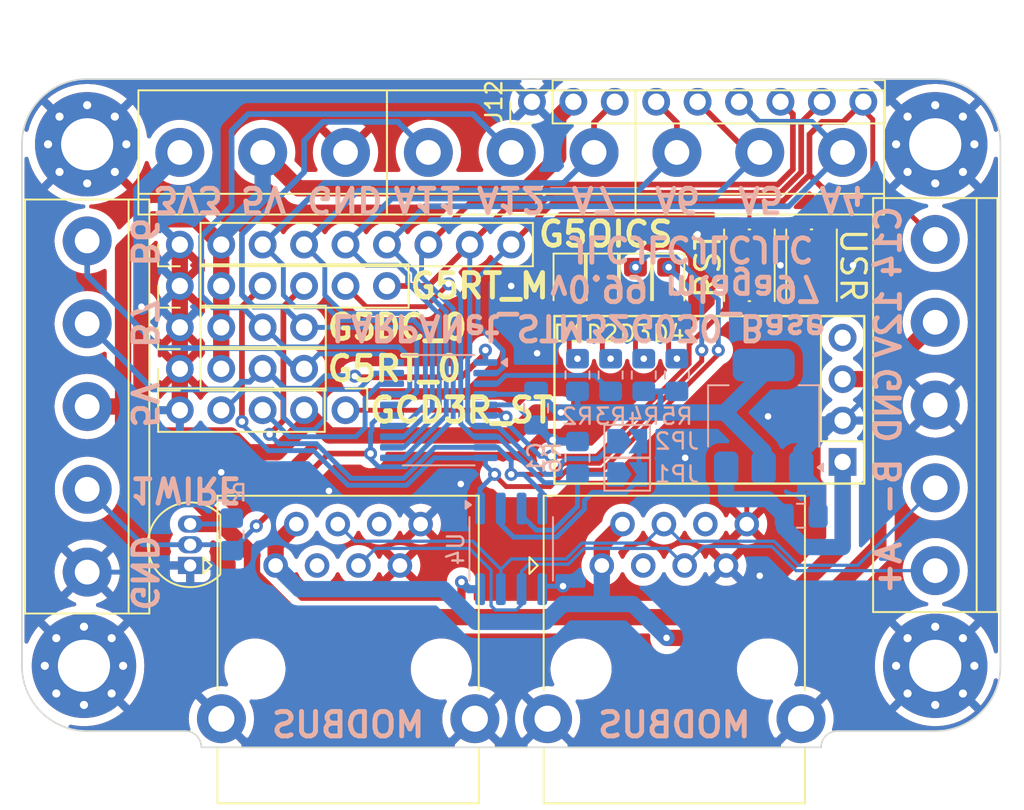
<source format=kicad_pcb>
(kicad_pcb
	(version 20240108)
	(generator "pcbnew")
	(generator_version "8.0")
	(general
		(thickness 1.6)
		(legacy_teardrops no)
	)
	(paper "A4")
	(layers
		(0 "F.Cu" signal "Front")
		(1 "In1.Cu" signal)
		(2 "In2.Cu" signal)
		(31 "B.Cu" signal "Back")
		(34 "B.Paste" user)
		(35 "F.Paste" user)
		(36 "B.SilkS" user "B.Silkscreen")
		(37 "F.SilkS" user "F.Silkscreen")
		(38 "B.Mask" user)
		(39 "F.Mask" user)
		(44 "Edge.Cuts" user)
		(45 "Margin" user)
		(46 "B.CrtYd" user "B.Courtyard")
		(47 "F.CrtYd" user "F.Courtyard")
		(49 "F.Fab" user)
	)
	(setup
		(pad_to_mask_clearance 0)
		(allow_soldermask_bridges_in_footprints no)
		(aux_axis_origin 100 150)
		(grid_origin 130 150)
		(pcbplotparams
			(layerselection 0x00010fc_ffffffff)
			(plot_on_all_layers_selection 0x0000000_00000000)
			(disableapertmacros no)
			(usegerberextensions no)
			(usegerberattributes yes)
			(usegerberadvancedattributes yes)
			(creategerberjobfile yes)
			(dashed_line_dash_ratio 12.000000)
			(dashed_line_gap_ratio 3.000000)
			(svgprecision 4)
			(plotframeref no)
			(viasonmask no)
			(mode 1)
			(useauxorigin no)
			(hpglpennumber 1)
			(hpglpenspeed 20)
			(hpglpendiameter 15.000000)
			(pdf_front_fp_property_popups yes)
			(pdf_back_fp_property_popups yes)
			(dxfpolygonmode yes)
			(dxfimperialunits yes)
			(dxfusepcbnewfont yes)
			(psnegative no)
			(psa4output no)
			(plotreference yes)
			(plotvalue yes)
			(plotfptext yes)
			(plotinvisibletext no)
			(sketchpadsonfab no)
			(subtractmaskfromsilk no)
			(outputformat 1)
			(mirror no)
			(drillshape 0)
			(scaleselection 1)
			(outputdirectory "Export/")
		)
	)
	(net 0 "")
	(net 1 "A8")
	(net 2 "unconnected-(J1-Pad3)")
	(net 3 "unconnected-(J1-Pad6)")
	(net 4 "unconnected-(J2-Pad3)")
	(net 5 "unconnected-(J2-Pad6)")
	(net 6 "5V")
	(net 7 "GND")
	(net 8 "12V")
	(net 9 "unconnected-(J5-Pin_4-Pad4)")
	(net 10 "A+")
	(net 11 "B-")
	(net 12 "3.3V")
	(net 13 "A5")
	(net 14 "A7")
	(net 15 "A1")
	(net 16 "A0")
	(net 17 "C15")
	(net 18 "A4")
	(net 19 "A13")
	(net 20 "A6")
	(net 21 "A14")
	(net 22 "MODBUS_TX")
	(net 23 "MODBUS_RX")
	(net 24 "RXD_SDA1")
	(net 25 "TXD_SCL1")
	(net 26 "Net-(D3-A)")
	(net 27 "Net-(D4-A)")
	(net 28 "MODBUS_RE")
	(net 29 "NRST")
	(net 30 "Net-(D1-A)")
	(net 31 "Net-(D2-A)")
	(net 32 "A12")
	(net 33 "A11")
	(net 34 "C14")
	(footprint "MountingHole:MountingHole_3.2mm_M3_Pad_Via" (layer "F.Cu") (at 156 114))
	(footprint "Connector_PinHeader_2.54mm:PinHeader_1x06_P2.54mm_Vertical" (layer "F.Cu") (at 109.68 122.695 90))
	(footprint "Button_Switch_SMD:SW_Push_1P1T_NO_CK_KMR2" (layer "F.Cu") (at 148.415 121.425 -90))
	(footprint "TerminalBlock:TerminalBlock_bornier-5_P5.08mm" (layer "F.Cu") (at 156 140.16 90))
	(footprint "LED_SMD:LED_0805_2012Metric_Pad1.15x1.40mm_HandSolder" (layer "F.Cu") (at 137.62 122.568 -90))
	(footprint "TerminalBlock:TerminalBlock_bornier-5_P5.08mm" (layer "F.Cu") (at 104 140.25 90))
	(footprint "MountingHole:MountingHole_3.2mm_M3_Pad_Via" (layer "F.Cu") (at 103.802944 146))
	(footprint "Button_Switch_SMD:SW_Push_1P1T_NO_CK_KMR2" (layer "F.Cu") (at 144.605 121.425 90))
	(footprint "LED_SMD:LED_0805_2012Metric_Pad1.15x1.40mm_HandSolder" (layer "F.Cu") (at 139.652 122.568 -90))
	(footprint "Connector_PinHeader_2.54mm:PinHeader_1x04_P2.54mm_Vertical" (layer "F.Cu") (at 109.68 125.235 90))
	(footprint "Connector_RJ:RJ45_Ninigi_GE" (layer "F.Cu") (at 135.555 139.845))
	(footprint "LED_SMD:LED_0805_2012Metric_Pad1.15x1.40mm_HandSolder" (layer "F.Cu") (at 135.588 122.568 -90))
	(footprint "MountingHole:MountingHole_3.2mm_M3_Pad_Via" (layer "F.Cu") (at 156 146))
	(footprint "Connector_PinHeader_2.54mm:PinHeader_1x04_P2.54mm_Vertical" (layer "F.Cu") (at 150.32 133.49 180))
	(footprint "Package_TO_SOT_THT:TO-92_Inline" (layer "F.Cu") (at 110.315 139.84 90))
	(footprint "Connector_PinHeader_2.54mm:PinHeader_1x09_P2.54mm_Vertical" (layer "F.Cu") (at 109.68 120.155 90))
	(footprint "LED_SMD:LED_0805_2012Metric_Pad1.15x1.40mm_HandSolder" (layer "F.Cu") (at 133.556 122.568 -90))
	(footprint "TerminalBlock:TerminalBlock_bornier-3_P5.08mm" (layer "F.Cu") (at 140.16 114.5))
	(footprint "TerminalBlock:TerminalBlock_bornier-3_P5.08mm" (layer "F.Cu") (at 109.68 114.5))
	(footprint "Connector_PinHeader_2.54mm:PinHeader_1x05_P2.54mm_Vertical" (layer "F.Cu") (at 119.84 130.315 -90))
	(footprint "Connector_RJ:RJ45_Ninigi_GE" (layer "F.Cu") (at 115.555 139.845))
	(footprint "TerminalBlock:TerminalBlock_bornier-3_P5.08mm" (layer "F.Cu") (at 124.92 114.5))
	(footprint "Connector_PinHeader_2.54mm:PinHeader_1x04_P2.54mm_Vertical" (layer "F.Cu") (at 109.68 127.775 90))
	(footprint "MountingHole:MountingHole_3.2mm_M3_Pad_Via" (layer "F.Cu") (at 104 114))
	(footprint "Connector_PinHeader_2.54mm:PinHeader_1x09_P2.54mm_Vertical" (layer "F.Cu") (at 131.27 111.392 90))
	(footprint "Capacitor_SMD:C_0805_2012Metric_Pad1.18x1.45mm_HandSolder" (layer "B.Cu") (at 147.78 136.792 180))
	(footprint "Resistor_SMD:R_0805_2012Metric_Pad1.20x1.40mm_HandSolder" (layer "B.Cu") (at 112.855 137.935 -90))
	(footprint "Package_TO_SOT_SMD:SOT-223-3_TabPin2" (layer "B.Cu") (at 145.48 130.696 90))
	(footprint "Resistor_SMD:R_0805_2012Metric_Pad1.20x1.40mm_HandSolder" (layer "B.Cu") (at 136.096 128.156 -90))
	(footprint "Resistor_SMD:R_0805_2012Metric_Pad1.20x1.40mm_HandSolder" (layer "B.Cu") (at 134.064 133.236 90))
	(footprint "Jumper:SolderJumper-2_P1.3mm_Open_TrianglePad1.0x1.5mm" (layer "B.Cu") (at 137.112 132.22))
	(footprint "Resistor_SMD:R_0805_2012Metric_Pad1.20x1.40mm_HandSolder" (layer "B.Cu") (at 134.064 128.156 -90))
	(footprint "Capacitor_SMD:C_0805_2012Metric_Pad1.18x1.45mm_HandSolder" (layer "B.Cu") (at 131.524 130.188 90))
	(footprint "Resistor_SMD:R_0805_2012Metric_Pad1.20x1.40mm_HandSolder" (layer "B.Cu") (at 140.16 128.156 -90))
	(footprint "Jumper:SolderJumper-2_P1.3mm_Open_TrianglePad1.0x1.5mm" (layer "B.Cu") (at 137.112 134.252))
	(footprint "Package_SO:TSSOP-20_4.4x6.5mm_P0.65mm" (layer "B.Cu") (at 125.555 130.315 180))
	(footprint "Resistor_SMD:R_0805_2012Metric_Pad1.20x1.40mm_HandSolder" (layer "B.Cu") (at 138.128 128.156 -90))
	(footprint "Package_SO:SOIC-8_3.9x4.9mm_P1.27mm"
		(layer "B.Cu")
		(uuid "dde09f0f-cbeb-4d98-9f70-d8b44cea598c")
		(at 130 138.824 -90)
		(descr "SOIC, 8 Pin (JEDEC MS-012AA, https://www.analog.com/media/en/package-pcb-resources/package/pkg_pdf/soic_narrow-r/r_8.pdf), generated with kicad-footprint-generator ipc_gullwing_generator.py")
		(tags "SOIC SO")
		(property "Reference" "U4"
			(at 0 3.4 90)
			(layer "B.SilkS")
			(uuid "35887d4b-a072-4d5e-b8f6-7bc5d8dc174c")
			(effects
				(font
					(size 1 1)
					(thickness 0.15)
				)
				(justify mirror)
			)
		)
		(property "Value" "ST485EBDR"
			(at 0 -3.4 90)
			(layer "B.Fab")
			(uuid "377ccf0a-843d-43f1-8d9a-09e48cbf7466")
			(effects
				(font
					(size 1 1)
					(thickness 0.15)
				)
				(justify mirror)
			)
		)
		(property "Footprint" "Package_SO:SOIC-8_3.9x4.9mm_P1.27mm"
			(at 0 0 90)
			(unlocked yes)
			(layer "B.Fab")
			(hide yes)
			(uuid "56c317fa-c546-46da-924f-bdc9974662d9")
			(effects
				(font
					(size 1.27 1.27)
				)
				(justify mirror)
			)
		)
		(property "Datasheet" "http://www.st.com/resource/en/datasheet/st485eb.pdf"
			(at 0 0 90)
			(unlocked yes)
			(layer "B.Fab")
			(hide yes)
			(uuid "464d83aa-532c-4c15-ac23-5d81255639fc")
			(effects
				(font
					(size 1.27 1.27)
				)
				(justify mirror)
			)
		)
		(property "Description" "Half duplex RS-485/RS-422, 5 Mbps, ±15kV electro-static discharge (ESD) protection, no slew-rate, with low-power shutdown, with receiver/driver enable, 256 transceiver on the bus - 40 to 85 °C, SOIC-8"
			(at 0 0 90)
			(unlocked yes)
			(layer "B.Fab")
			(hide yes)
			(uuid "20221b40-c29e-4dde-a946-7662fe64f06c")
			(effects
				(font
					(size 1.27 1.27)
				)
				(justify mirror)
			)
		)
		(property ki_fp_filters "SOIC*3.9x4.9mm*P1.27mm*")
		(path "/fc7b33bd-cd47-43ce-a78d-91e24f1b857e")
		(sheetname "Root")
		(sheetfile "LARPANet_STM32G030_Base.kicad_sch")
		(attr smd)
		(fp_line
			(start -1.95 2.56)
			(end 0 2.56)
			(stroke
				(width 0.12)
				(type solid)
			)
			(layer "B.SilkS")
			(uuid "1f2a2cf7-cd12-48f8-9c1f-9a95fcb98fc2")
		)
		(fp_line
			(start 1.95 2.56)
			(end 0 2.56)
			(stroke
				(width 0.12)
				(type solid)
			)
			(layer "B.SilkS")
			(uuid "44e32d76-0f82-4c9c-8126-1eae7107d2fd")
		)
		(fp_line
			(start -1.95 -2.56)
			(end 0 -2.56)
			(stroke
				(width 0.12)
				(type solid)
			)
			(layer "B.SilkS")
			(uuid "8a44a77b-595f-484a-86dc-e9a6f4109797")
		)
		(fp_line
			(start 1.95 -2.56)
			(end 0 -2.56)
			(stroke
				(width 0.12)
				(type solid)
			)
			(layer "B.SilkS")
			(uuid "333fedfe-7645-4fba-aa63-d623df197ddb")
		)
		(fp_poly
			(pts
				(xy -2.7 2.465) (xy -2.94 2.795) (xy -2.46 2.795) (xy -2.7 2.465)
			)
			(stroke
				(width 0.12)
				(type solid)
			)
			(fill solid)
			(layer "B.S
... [366602 chars truncated]
</source>
